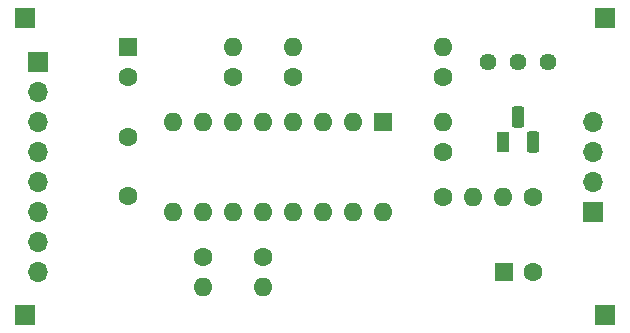
<source format=gbr>
%TF.GenerationSoftware,KiCad,Pcbnew,7.0.6*%
%TF.CreationDate,2023-09-06T23:30:33+02:00*%
%TF.ProjectId,atari_2600_av_mod,61746172-695f-4323-9630-305f61765f6d,1*%
%TF.SameCoordinates,Original*%
%TF.FileFunction,Soldermask,Top*%
%TF.FilePolarity,Negative*%
%FSLAX46Y46*%
G04 Gerber Fmt 4.6, Leading zero omitted, Abs format (unit mm)*
G04 Created by KiCad (PCBNEW 7.0.6) date 2023-09-06 23:30:33*
%MOMM*%
%LPD*%
G01*
G04 APERTURE LIST*
G04 Aperture macros list*
%AMRoundRect*
0 Rectangle with rounded corners*
0 $1 Rounding radius*
0 $2 $3 $4 $5 $6 $7 $8 $9 X,Y pos of 4 corners*
0 Add a 4 corners polygon primitive as box body*
4,1,4,$2,$3,$4,$5,$6,$7,$8,$9,$2,$3,0*
0 Add four circle primitives for the rounded corners*
1,1,$1+$1,$2,$3*
1,1,$1+$1,$4,$5*
1,1,$1+$1,$6,$7*
1,1,$1+$1,$8,$9*
0 Add four rect primitives between the rounded corners*
20,1,$1+$1,$2,$3,$4,$5,0*
20,1,$1+$1,$4,$5,$6,$7,0*
20,1,$1+$1,$6,$7,$8,$9,0*
20,1,$1+$1,$8,$9,$2,$3,0*%
G04 Aperture macros list end*
%ADD10C,1.600000*%
%ADD11O,1.600000X1.600000*%
%ADD12R,1.600000X1.600000*%
%ADD13R,1.700000X1.700000*%
%ADD14O,1.700000X1.700000*%
%ADD15R,1.100000X1.800000*%
%ADD16RoundRect,0.275000X-0.275000X-0.625000X0.275000X-0.625000X0.275000X0.625000X-0.275000X0.625000X0*%
%ADD17C,1.440000*%
G04 APERTURE END LIST*
D10*
%TO.C,R4*%
X35530000Y-35590000D03*
D11*
X35530000Y-38130000D03*
%TD*%
D12*
%TO.C,U1*%
X45690000Y-24160000D03*
D11*
X43150000Y-24160000D03*
X40610000Y-24160000D03*
X38070000Y-24160000D03*
X35530000Y-24160000D03*
X32990000Y-24160000D03*
X30450000Y-24160000D03*
X27910000Y-24160000D03*
X27910000Y-31780000D03*
X30450000Y-31780000D03*
X32990000Y-31780000D03*
X35530000Y-31780000D03*
X38070000Y-31780000D03*
X40610000Y-31780000D03*
X43150000Y-31780000D03*
X45690000Y-31780000D03*
%TD*%
D10*
%TO.C,R5*%
X50770000Y-20350000D03*
D11*
X50770000Y-17810000D03*
%TD*%
D10*
%TO.C,R1*%
X38070000Y-20350000D03*
D11*
X38070000Y-17810000D03*
%TD*%
D10*
%TO.C,C2*%
X24100000Y-30430000D03*
X24100000Y-25430000D03*
%TD*%
%TO.C,R7*%
X50770000Y-30510000D03*
D11*
X53310000Y-30510000D03*
%TD*%
D10*
%TO.C,R8*%
X58390000Y-30510000D03*
D11*
X55850000Y-30510000D03*
%TD*%
D13*
%TO.C,J2*%
X63470000Y-31750000D03*
D14*
X63470000Y-29210000D03*
X63470000Y-26670000D03*
X63470000Y-24130000D03*
%TD*%
D12*
%TO.C,C1*%
X24100000Y-17850000D03*
D10*
X24100000Y-20350000D03*
%TD*%
D13*
%TO.C,J1*%
X16480000Y-19080000D03*
D14*
X16480000Y-21620000D03*
X16480000Y-24160000D03*
X16480000Y-26700000D03*
X16480000Y-29240000D03*
X16480000Y-31780000D03*
X16480000Y-34320000D03*
X16480000Y-36860000D03*
%TD*%
D13*
%TO.C,J3*%
X15371146Y-15363548D03*
%TD*%
D10*
%TO.C,R3*%
X30450000Y-35590000D03*
D11*
X30450000Y-38130000D03*
%TD*%
D13*
%TO.C,J6*%
X64506439Y-40507248D03*
%TD*%
D10*
%TO.C,R6*%
X50770000Y-26700000D03*
D11*
X50770000Y-24160000D03*
%TD*%
D15*
%TO.C,Q1*%
X55850000Y-25830000D03*
D16*
X57120000Y-23760000D03*
X58390000Y-25830000D03*
%TD*%
D13*
%TO.C,J5*%
X15371146Y-40507248D03*
%TD*%
D12*
%TO.C,C3*%
X55890000Y-36860000D03*
D10*
X58390000Y-36860000D03*
%TD*%
D13*
%TO.C,J4*%
X64506439Y-15363548D03*
%TD*%
D10*
%TO.C,R2*%
X32990000Y-20350000D03*
D11*
X32990000Y-17810000D03*
%TD*%
D17*
%TO.C,RV1*%
X54595000Y-19080000D03*
X57135000Y-19080000D03*
X59675000Y-19080000D03*
%TD*%
M02*

</source>
